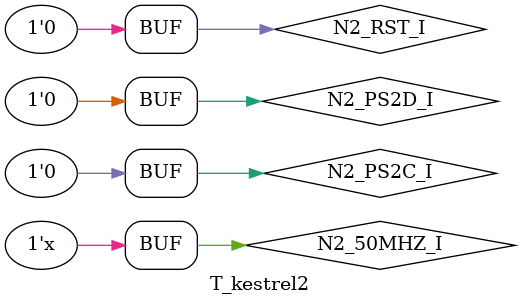
<source format=v>
`timescale 1ns / 1ps


module T_kestrel2;

	// Inputs
	reg N2_PS2D_I;
	reg N2_PS2C_I;
	reg N2_50MHZ_I;
	reg N2_RST_I;

	// Outputs
	wire N2_CA_O;
	wire N2_CB_O;
	wire N2_CC_O;
	wire N2_CD_O;
	wire N2_CE_O;
	wire N2_CF_O;
	wire N2_CG_O;
	wire N2_DP_O;
	wire N2_A0_O;
	wire N2_A1_O;
	wire N2_A2_O;
	wire N2_A3_O;
	wire N2_HSYNC_O;
	wire N2_VSYNC_O;
	wire [2:0] N2_RED_O;
	wire [2:0] N2_GRN_O;
	wire [2:1] N2_BLU_O;

	// Instantiate the Unit Under Test (UUT)
	M_kestrel2 uut (
		.N2_CA_O(N2_CA_O), 
		.N2_CB_O(N2_CB_O), 
		.N2_CC_O(N2_CC_O), 
		.N2_CD_O(N2_CD_O), 
		.N2_CE_O(N2_CE_O), 
		.N2_CF_O(N2_CF_O), 
		.N2_CG_O(N2_CG_O), 
		.N2_DP_O(N2_DP_O), 
		.N2_A0_O(N2_A0_O), 
		.N2_A1_O(N2_A1_O), 
		.N2_A2_O(N2_A2_O), 
		.N2_A3_O(N2_A3_O), 
		.N2_HSYNC_O(N2_HSYNC_O), 
		.N2_VSYNC_O(N2_VSYNC_O), 
		.N2_RED_O(N2_RED_O), 
		.N2_GRN_O(N2_GRN_O), 
		.N2_BLU_O(N2_BLU_O), 
		.N2_PS2D_I(N2_PS2D_I), 
		.N2_PS2C_I(N2_PS2C_I), 
		.N2_50MHZ_I(N2_50MHZ_I), 
		.N2_RST_I(N2_RST_I)
	);

	always begin
		#20 N2_50MHZ_I <= ~N2_50MHZ_I;
	end

	initial begin
		// Initialize Inputs
		N2_PS2D_I = 0;
		N2_PS2C_I = 0;
		N2_50MHZ_I = 0;
		N2_RST_I = 1;

		// Wait 100 ns for global reset to finish
		#1000;
		N2_RST_I = 0;
        
		// Add stimulus here

	end
      
endmodule


</source>
